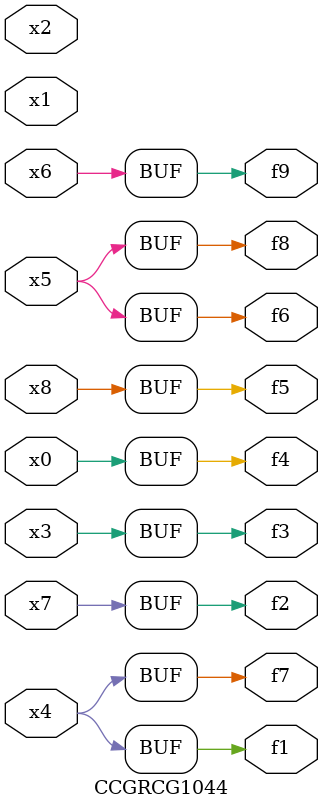
<source format=v>
module CCGRCG1044(
	input x0, x1, x2, x3, x4, x5, x6, x7, x8,
	output f1, f2, f3, f4, f5, f6, f7, f8, f9
);
	assign f1 = x4;
	assign f2 = x7;
	assign f3 = x3;
	assign f4 = x0;
	assign f5 = x8;
	assign f6 = x5;
	assign f7 = x4;
	assign f8 = x5;
	assign f9 = x6;
endmodule

</source>
